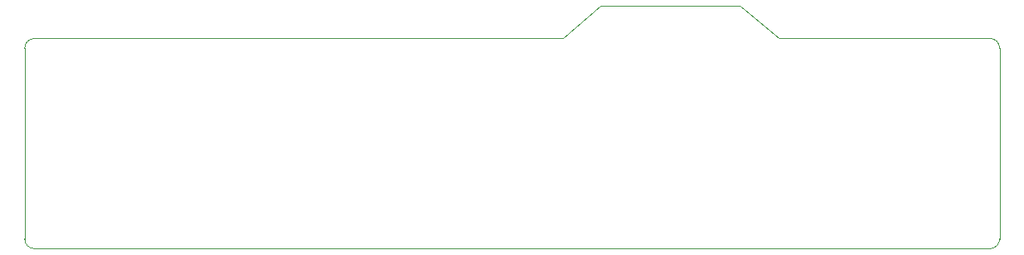
<source format=gbr>
G04 #@! TF.GenerationSoftware,KiCad,Pcbnew,5.1.2*
G04 #@! TF.CreationDate,2019-05-27T08:48:40-05:00*
G04 #@! TF.ProjectId,14500,31343530-302e-46b6-9963-61645f706362,rev?*
G04 #@! TF.SameCoordinates,Original*
G04 #@! TF.FileFunction,Profile,NP*
%FSLAX46Y46*%
G04 Gerber Fmt 4.6, Leading zero omitted, Abs format (unit mm)*
G04 Created by KiCad (PCBNEW 5.1.2) date 2019-05-27 08:48:40*
%MOMM*%
%LPD*%
G04 APERTURE LIST*
%ADD10C,0.050000*%
G04 APERTURE END LIST*
D10*
X111700000Y-59000000D02*
G75*
G02X112700000Y-58000000I1000000J0D01*
G01*
X112700000Y-79500000D02*
G75*
G02X111700000Y-78500000I0J1000000D01*
G01*
X211100000Y-78500000D02*
G75*
G02X210100000Y-79500000I-1000000J0D01*
G01*
X210100000Y-58000000D02*
G75*
G02X211100000Y-59000000I0J-1000000D01*
G01*
X211100000Y-78500000D02*
X211100000Y-59000000D01*
X112700000Y-79500000D02*
X210100000Y-79500000D01*
X111700000Y-59000000D02*
X111700000Y-78500000D01*
X166600000Y-58000000D02*
X112700000Y-58000000D01*
X170400000Y-54700000D02*
X166600000Y-58000000D01*
X184600000Y-54700000D02*
X170400000Y-54700000D01*
X188600000Y-58000000D02*
X184600000Y-54700000D01*
X210100000Y-58000000D02*
X188600000Y-58000000D01*
M02*

</source>
